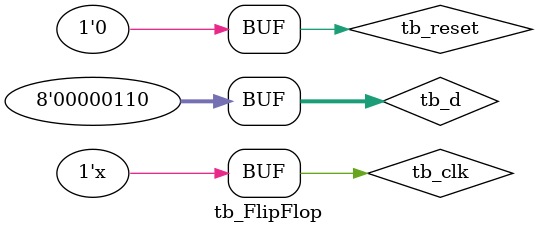
<source format=v>
`timescale 1ns / 1ps


module tb_FlipFlop;

   // inputs
   reg tb_reset;
   reg tb_clk;
   reg [7:0] tb_d;
   
   // outputs
   wire [7:0] tb_q;
   
   //UUT
   FlipFlop uut(
        .reset(tb_reset),
        .clk(tb_clk),
        .d(tb_d),
        .q(tb_q)   
   );
   
   always #5 tb_clk = ~tb_clk; 
   
   initial begin
        
        tb_clk = 0; 
        tb_reset = 1;
        tb_d = 9; 
        #20; //20 ns delay
         
        tb_reset = 0;
        #50; 

        tb_d = 23; 
        #50;

        tb_reset = 1; 
        #50;
     
        tb_reset = 0; 
        #20; 

        tb_d = 6;

   end
endmodule

</source>
